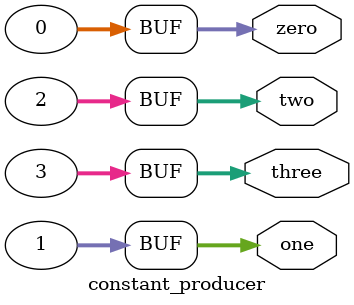
<source format=v>
module constant_producer(zero,one,two,three);
output [31:0] zero,one,two,three;


and a2(zero[0],0,1);
and a3(zero[1],0,1);
and a4(zero[2],0,1);
and a5(zero[3],0,1);
and a6(zero[4],0,1);
and a7(zero[5],0,1);
and a8(zero[6],0,1);
and a9(zero[7],0,1);
and a10(zero[8],0,1);
and a11(zero[9],0,1);
and a12(zero[10],0,1);
and a13(zero[11],0,1);
and a14(zero[12],0,1);
and a15(zero[13],0,1);
and a16(zero[14],0,1);
and a17(zero[15],0,1);
and a18(zero[16],0,1);
and a19(zero[17],0,1);
and a20(zero[18],0,1);
and a21(zero[19],0,1);
and a22(zero[20],0,1);
and a23(zero[21],0,1);
and a24(zero[22],0,1);
and a25(zero[23],0,1);
and a26(zero[24],0,1);
and a27(zero[25],0,1);
and a28(zero[26],0,1);
and a29(zero[27],0,1);
and a30(zero[28],0,1);
and a31(zero[29],0,1);
and a32(zero[30],0,1);
and a33(zero[31],0,1);


and a210(one[0],1,1);
and a311(one[1],0,1);
and a40(one[2],0,1);
and a50(one[3],0,1);
and a60(one[4],0,1);
and a70(one[5],0,1);
and a80(one[6],0,1);
and a90(one[7],0,1);
and a100(one[8],0,1);
and a110(one[9],0,1);
and a120(one[10],0,1);
and a130(one[11],0,1);
and a140(one[12],0,1);
and a150(one[13],0,1);
and a160(one[14],0,1);
and a170(one[15],0,1);
and a180(one[16],0,1);
and a190(one[17],0,1);
and a200(one[18],0,1);
and a2101(one[19],0,1);
and a220(one[20],0,1);
and a230(one[21],0,1);
and a240(one[22],0,1);
and a250(one[23],0,1);
and a260(one[24],0,1);
and a270(one[25],0,1);
and a280(one[26],0,1);
and a290(one[27],0,1);
and a300(one[28],0,1);
and a310(one[29],0,1);
and a320(one[30],0,1);
and a330(one[31],0,1);

and a289(two[0],0,1);
and a389(two[1],1,1);
and a41(two[2],0,1);
and a51(two[3],0,1);
and a61(two[4],0,1);
and a71(two[5],0,1);
and a81(two[6],0,1);
and a91(two[7],0,1);
and a101(two[8],0,1);
and a111(two[9],0,1);
and a121(two[10],0,1);
and a131(two[11],0,1);
and a141(two[12],0,1);
and a151(two[13],0,1);
and a161(two[14],0,1);
and a171(two[15],0,1);
and a181(two[16],0,1);
and a191(two[17],0,1);
and a201(two[18],0,1);
and a211(two[19],0,1);
and a221(two[20],0,1);
and a231(two[21],0,1);
and a241(two[22],0,1);
and a251(two[23],0,1);
and a261(two[24],0,1);
and a271(two[25],0,1);
and a281(two[26],0,1);
and a291(two[27],0,1);
and a301(two[28],0,1);
and a3111(two[29],0,1);
and a321(two[30],0,1);
and a331(two[31],0,1);

and a263(three[0],1,1);
and a369(three[1],1,1);
and a42(three[2],0,1);
and a52(three[3],0,1);
and a62(three[4],0,1);
and a72(three[5],0,1);
and a82(three[6],0,1);
and a92(three[7],0,1);
and a102(three[8],0,1);
and a112(three[9],0,1);
and a122(three[10],0,1);
and a132(three[11],0,1);
and a142(three[12],0,1);
and a152(three[13],0,1);
and a162(three[14],0,1);
and a172(three[15],0,1);
and a182(three[16],0,1);
and a192(three[17],0,1);
and a202(three[18],0,1);
and a212(three[19],0,1);
and a222(three[20],0,1);
and a232(three[21],0,1);
and a242(three[22],0,1);
and a252(three[23],0,1);
and a262(three[24],0,1);
and a272(three[25],0,1);
and a282(three[26],0,1);
and a292(three[27],0,1);
and a302(three[28],0,1);
and a312(three[29],0,1);
and a322(three[30],0,1);
and a332(three[31],0,1);

endmodule
</source>
